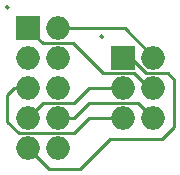
<source format=gbr>
%TF.GenerationSoftware,KiCad,Pcbnew,(6.0.0)*%
%TF.CreationDate,2022-02-12T15:45:29+01:00*%
%TF.ProjectId,ISPConverter,49535043-6f6e-4766-9572-7465722e6b69,rev?*%
%TF.SameCoordinates,Original*%
%TF.FileFunction,Copper,L2,Bot*%
%TF.FilePolarity,Positive*%
%FSLAX46Y46*%
G04 Gerber Fmt 4.6, Leading zero omitted, Abs format (unit mm)*
G04 Created by KiCad (PCBNEW (6.0.0)) date 2022-02-12 15:45:29*
%MOMM*%
%LPD*%
G01*
G04 APERTURE LIST*
%TA.AperFunction,NonConductor*%
%ADD10C,0.200000*%
%TD*%
%TA.AperFunction,ComponentPad*%
%ADD11R,2.000000X2.000000*%
%TD*%
%TA.AperFunction,ComponentPad*%
%ADD12O,2.000000X2.000000*%
%TD*%
%TA.AperFunction,Conductor*%
%ADD13C,0.250000*%
%TD*%
G04 APERTURE END LIST*
D10*
X128013600Y-84836000D02*
G75*
G03*
X128013600Y-84836000I-150000J0D01*
G01*
X136014600Y-87350600D02*
G75*
G03*
X136014600Y-87350600I-150000J0D01*
G01*
D11*
%TO.P,J2,1,MOSI*%
%TO.N,Net-(J1-Pad4)*%
X129654400Y-86639400D03*
D12*
%TO.P,J2,2,VCC*%
%TO.N,Net-(J1-Pad2)*%
X132194400Y-86639400D03*
%TO.P,J2,3,NC*%
%TO.N,unconnected-(J2-Pad3)*%
X129654400Y-89179400D03*
%TO.P,J2,4,GND*%
%TO.N,Net-(J1-Pad6)*%
X132194400Y-89179400D03*
%TO.P,J2,5,~{RST}*%
%TO.N,Net-(J1-Pad5)*%
X129654400Y-91719400D03*
%TO.P,J2,6,GND*%
%TO.N,Net-(J1-Pad6)*%
X132194400Y-91719400D03*
%TO.P,J2,7,SCK*%
%TO.N,Net-(J1-Pad3)*%
X129654400Y-94259400D03*
%TO.P,J2,8,GND*%
%TO.N,Net-(J1-Pad6)*%
X132194400Y-94259400D03*
%TO.P,J2,9,MISO*%
%TO.N,Net-(J1-Pad1)*%
X129654400Y-96799400D03*
%TO.P,J2,10,GND*%
%TO.N,Net-(J1-Pad6)*%
X132194400Y-96799400D03*
%TD*%
D11*
%TO.P,J1,1,MISO*%
%TO.N,Net-(J1-Pad1)*%
X137668000Y-89154000D03*
D12*
%TO.P,J1,2,VCC*%
%TO.N,Net-(J1-Pad2)*%
X140208000Y-89154000D03*
%TO.P,J1,3,SCK*%
%TO.N,Net-(J1-Pad3)*%
X137668000Y-91694000D03*
%TO.P,J1,4,MOSI*%
%TO.N,Net-(J1-Pad4)*%
X140208000Y-91694000D03*
%TO.P,J1,5,~{RST}*%
%TO.N,Net-(J1-Pad5)*%
X137668000Y-94234000D03*
%TO.P,J1,6,GND*%
%TO.N,Net-(J1-Pad6)*%
X140208000Y-94234000D03*
%TD*%
D13*
%TO.N,Net-(J1-Pad2)*%
X140208000Y-89027000D02*
X140208000Y-89154000D01*
X132194400Y-86639400D02*
X137820400Y-86639400D01*
X137820400Y-86639400D02*
X140208000Y-89027000D01*
%TO.N,Net-(J1-Pad1)*%
X138328400Y-89154000D02*
X137668000Y-89154000D01*
X139623800Y-90449400D02*
X138328400Y-89154000D01*
X141478000Y-90449400D02*
X139623800Y-90449400D01*
X142011400Y-90982800D02*
X141478000Y-90449400D01*
X140970000Y-96012000D02*
X142011400Y-94970600D01*
X134035800Y-98577400D02*
X136601200Y-96012000D01*
X131432400Y-98577400D02*
X134035800Y-98577400D01*
X129654400Y-96799400D02*
X131432400Y-98577400D01*
X136601200Y-96012000D02*
X140970000Y-96012000D01*
X142011400Y-94970600D02*
X142011400Y-90982800D01*
%TO.N,Net-(J1-Pad4)*%
X138633200Y-90449400D02*
X139877800Y-91694000D01*
X139877800Y-91694000D02*
X140208000Y-91694000D01*
X135966200Y-90449400D02*
X138633200Y-90449400D01*
X133426200Y-87909400D02*
X135966200Y-90449400D01*
X129654400Y-86677600D02*
X130886200Y-87909400D01*
X130886200Y-87909400D02*
X133426200Y-87909400D01*
X129654400Y-86639400D02*
X129654400Y-86677600D01*
%TO.N,Net-(J1-Pad5)*%
X134797800Y-94234000D02*
X137668000Y-94234000D01*
%TO.N,Net-(J1-Pad6)*%
X138938000Y-92964000D02*
X140208000Y-94234000D01*
X134797800Y-92964000D02*
X138938000Y-92964000D01*
%TO.N,Net-(J1-Pad3)*%
X134797800Y-91694000D02*
X137668000Y-91694000D01*
%TO.N,Net-(J1-Pad5)*%
X133502400Y-95529400D02*
X134797800Y-94234000D01*
X127838200Y-94538800D02*
X128828800Y-95529400D01*
X128828800Y-95529400D02*
X133502400Y-95529400D01*
X127838200Y-92303600D02*
X127838200Y-94538800D01*
X128422400Y-91719400D02*
X127838200Y-92303600D01*
X129654400Y-91719400D02*
X128422400Y-91719400D01*
%TO.N,Net-(J1-Pad6)*%
X133502400Y-94259400D02*
X134797800Y-92964000D01*
X132194400Y-94259400D02*
X133502400Y-94259400D01*
%TO.N,Net-(J1-Pad3)*%
X134797800Y-91694000D02*
X133502400Y-92989400D01*
X133502400Y-92989400D02*
X130924400Y-92989400D01*
X130924400Y-92989400D02*
X129654400Y-94259400D01*
%TD*%
M02*

</source>
